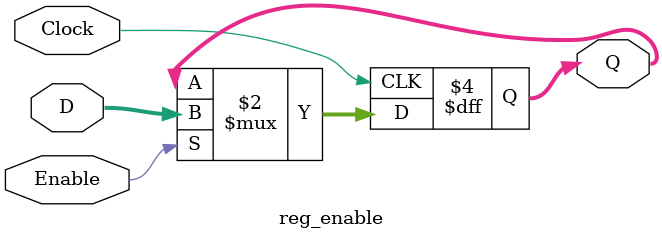
<source format=v>
module reg_enable(D, Enable, Clock, Q);

parameter n = 9;

input [n-1:0] D;
input Enable;
input Clock;
output [n-1:0] Q;

reg [n-1:0] Q;

always @(posedge Clock)
begin
	if (Enable)
		Q <= D;
end
	
endmodule
</source>
